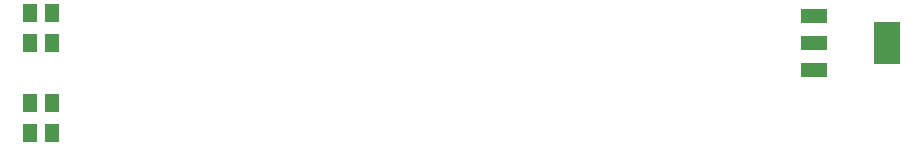
<source format=gbr>
G04 EAGLE Gerber RS-274X export*
G75*
%MOMM*%
%FSLAX34Y34*%
%LPD*%
%INSolderpaste Top*%
%IPPOS*%
%AMOC8*
5,1,8,0,0,1.08239X$1,22.5*%
G01*
%ADD10R,2.235000X1.219000*%
%ADD11R,2.200000X3.600000*%
%ADD12R,1.300000X1.600000*%


D10*
X731010Y226310D03*
X731010Y203200D03*
X731010Y180090D03*
D11*
X792990Y203200D03*
D12*
X85700Y228600D03*
X66700Y228600D03*
X85700Y203200D03*
X66700Y203200D03*
X85700Y152400D03*
X66700Y152400D03*
X85700Y127000D03*
X66700Y127000D03*
M02*

</source>
